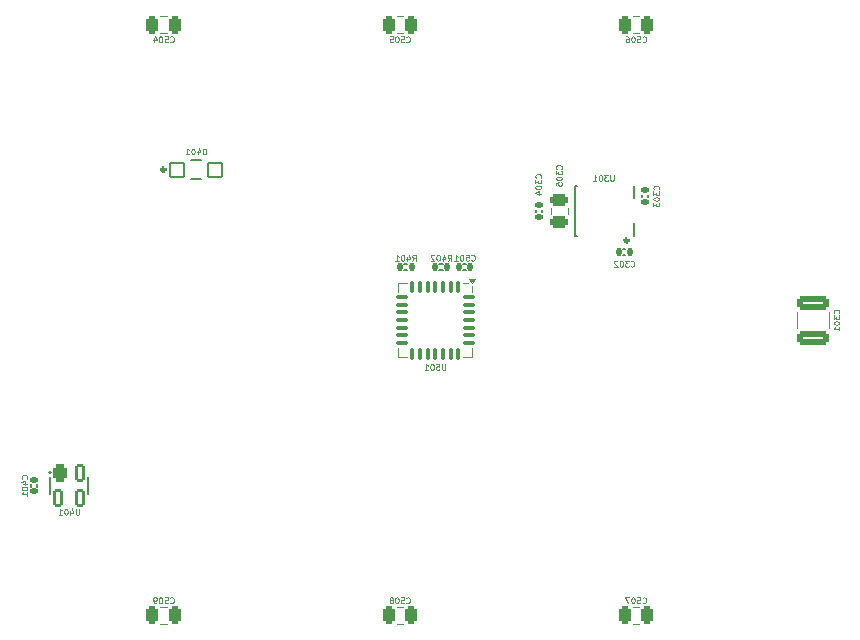
<source format=gbo>
G04 #@! TF.GenerationSoftware,KiCad,Pcbnew,7.0.11*
G04 #@! TF.CreationDate,2025-02-19T11:42:19-05:00*
G04 #@! TF.ProjectId,thruster-pcb,74687275-7374-4657-922d-7063622e6b69,1.0*
G04 #@! TF.SameCoordinates,Original*
G04 #@! TF.FileFunction,Legend,Bot*
G04 #@! TF.FilePolarity,Positive*
%FSLAX46Y46*%
G04 Gerber Fmt 4.6, Leading zero omitted, Abs format (unit mm)*
G04 Created by KiCad (PCBNEW 7.0.11) date 2025-02-19 11:42:19*
%MOMM*%
%LPD*%
G01*
G04 APERTURE LIST*
G04 Aperture macros list*
%AMRoundRect*
0 Rectangle with rounded corners*
0 $1 Rounding radius*
0 $2 $3 $4 $5 $6 $7 $8 $9 X,Y pos of 4 corners*
0 Add a 4 corners polygon primitive as box body*
4,1,4,$2,$3,$4,$5,$6,$7,$8,$9,$2,$3,0*
0 Add four circle primitives for the rounded corners*
1,1,$1+$1,$2,$3*
1,1,$1+$1,$4,$5*
1,1,$1+$1,$6,$7*
1,1,$1+$1,$8,$9*
0 Add four rect primitives between the rounded corners*
20,1,$1+$1,$2,$3,$4,$5,0*
20,1,$1+$1,$4,$5,$6,$7,0*
20,1,$1+$1,$6,$7,$8,$9,0*
20,1,$1+$1,$8,$9,$2,$3,0*%
G04 Aperture macros list end*
%ADD10C,0.125000*%
%ADD11C,0.150000*%
%ADD12C,0.120000*%
%ADD13C,0.200000*%
%ADD14C,0.127000*%
%ADD15C,0.300000*%
%ADD16C,1.600000*%
%ADD17C,1.879600*%
%ADD18C,6.400000*%
%ADD19RoundRect,0.135000X-0.135000X-0.185000X0.135000X-0.185000X0.135000X0.185000X-0.135000X0.185000X0*%
%ADD20C,1.000000*%
%ADD21RoundRect,0.250000X-0.250000X-0.475000X0.250000X-0.475000X0.250000X0.475000X-0.250000X0.475000X0*%
%ADD22RoundRect,0.250000X0.475000X-0.250000X0.475000X0.250000X-0.475000X0.250000X-0.475000X-0.250000X0*%
%ADD23RoundRect,0.140000X-0.140000X-0.170000X0.140000X-0.170000X0.140000X0.170000X-0.140000X0.170000X0*%
%ADD24RoundRect,0.140000X0.170000X-0.140000X0.170000X0.140000X-0.170000X0.140000X-0.170000X-0.140000X0*%
%ADD25RoundRect,0.250000X0.250000X0.475000X-0.250000X0.475000X-0.250000X-0.475000X0.250000X-0.475000X0*%
%ADD26RoundRect,0.298500X-0.298500X0.453500X-0.298500X-0.453500X0.298500X-0.453500X0.298500X0.453500X0*%
%ADD27RoundRect,0.120600X-0.281400X0.631400X-0.281400X-0.631400X0.281400X-0.631400X0.281400X0.631400X0*%
%ADD28RoundRect,0.102000X-0.600000X-0.600000X0.600000X-0.600000X0.600000X0.600000X-0.600000X0.600000X0*%
%ADD29RoundRect,0.075000X0.437500X0.075000X-0.437500X0.075000X-0.437500X-0.075000X0.437500X-0.075000X0*%
%ADD30RoundRect,0.075000X0.075000X0.437500X-0.075000X0.437500X-0.075000X-0.437500X0.075000X-0.437500X0*%
%ADD31R,4.250000X4.250000*%
%ADD32RoundRect,0.135000X0.135000X0.185000X-0.135000X0.185000X-0.135000X-0.185000X0.135000X-0.185000X0*%
%ADD33RoundRect,0.140000X-0.170000X0.140000X-0.170000X-0.140000X0.170000X-0.140000X0.170000X0.140000X0*%
%ADD34RoundRect,0.250000X-1.100000X0.325000X-1.100000X-0.325000X1.100000X-0.325000X1.100000X0.325000X0*%
G04 APERTURE END LIST*
D10*
X159209523Y-96324809D02*
X159376189Y-96086714D01*
X159495237Y-96324809D02*
X159495237Y-95824809D01*
X159495237Y-95824809D02*
X159304761Y-95824809D01*
X159304761Y-95824809D02*
X159257142Y-95848619D01*
X159257142Y-95848619D02*
X159233332Y-95872428D01*
X159233332Y-95872428D02*
X159209523Y-95920047D01*
X159209523Y-95920047D02*
X159209523Y-95991476D01*
X159209523Y-95991476D02*
X159233332Y-96039095D01*
X159233332Y-96039095D02*
X159257142Y-96062904D01*
X159257142Y-96062904D02*
X159304761Y-96086714D01*
X159304761Y-96086714D02*
X159495237Y-96086714D01*
X158780951Y-95991476D02*
X158780951Y-96324809D01*
X158899999Y-95801000D02*
X159019046Y-96158142D01*
X159019046Y-96158142D02*
X158709523Y-96158142D01*
X158423809Y-95824809D02*
X158376190Y-95824809D01*
X158376190Y-95824809D02*
X158328571Y-95848619D01*
X158328571Y-95848619D02*
X158304761Y-95872428D01*
X158304761Y-95872428D02*
X158280952Y-95920047D01*
X158280952Y-95920047D02*
X158257142Y-96015285D01*
X158257142Y-96015285D02*
X158257142Y-96134333D01*
X158257142Y-96134333D02*
X158280952Y-96229571D01*
X158280952Y-96229571D02*
X158304761Y-96277190D01*
X158304761Y-96277190D02*
X158328571Y-96301000D01*
X158328571Y-96301000D02*
X158376190Y-96324809D01*
X158376190Y-96324809D02*
X158423809Y-96324809D01*
X158423809Y-96324809D02*
X158471428Y-96301000D01*
X158471428Y-96301000D02*
X158495237Y-96277190D01*
X158495237Y-96277190D02*
X158519047Y-96229571D01*
X158519047Y-96229571D02*
X158542856Y-96134333D01*
X158542856Y-96134333D02*
X158542856Y-96015285D01*
X158542856Y-96015285D02*
X158519047Y-95920047D01*
X158519047Y-95920047D02*
X158495237Y-95872428D01*
X158495237Y-95872428D02*
X158471428Y-95848619D01*
X158471428Y-95848619D02*
X158423809Y-95824809D01*
X157780952Y-96324809D02*
X158066666Y-96324809D01*
X157923809Y-96324809D02*
X157923809Y-95824809D01*
X157923809Y-95824809D02*
X157971428Y-95896238D01*
X157971428Y-95896238D02*
X158019047Y-95943857D01*
X158019047Y-95943857D02*
X158066666Y-95967666D01*
X158709523Y-77777190D02*
X158733332Y-77801000D01*
X158733332Y-77801000D02*
X158804761Y-77824809D01*
X158804761Y-77824809D02*
X158852380Y-77824809D01*
X158852380Y-77824809D02*
X158923808Y-77801000D01*
X158923808Y-77801000D02*
X158971427Y-77753380D01*
X158971427Y-77753380D02*
X158995237Y-77705761D01*
X158995237Y-77705761D02*
X159019046Y-77610523D01*
X159019046Y-77610523D02*
X159019046Y-77539095D01*
X159019046Y-77539095D02*
X158995237Y-77443857D01*
X158995237Y-77443857D02*
X158971427Y-77396238D01*
X158971427Y-77396238D02*
X158923808Y-77348619D01*
X158923808Y-77348619D02*
X158852380Y-77324809D01*
X158852380Y-77324809D02*
X158804761Y-77324809D01*
X158804761Y-77324809D02*
X158733332Y-77348619D01*
X158733332Y-77348619D02*
X158709523Y-77372428D01*
X158257142Y-77324809D02*
X158495237Y-77324809D01*
X158495237Y-77324809D02*
X158519046Y-77562904D01*
X158519046Y-77562904D02*
X158495237Y-77539095D01*
X158495237Y-77539095D02*
X158447618Y-77515285D01*
X158447618Y-77515285D02*
X158328570Y-77515285D01*
X158328570Y-77515285D02*
X158280951Y-77539095D01*
X158280951Y-77539095D02*
X158257142Y-77562904D01*
X158257142Y-77562904D02*
X158233332Y-77610523D01*
X158233332Y-77610523D02*
X158233332Y-77729571D01*
X158233332Y-77729571D02*
X158257142Y-77777190D01*
X158257142Y-77777190D02*
X158280951Y-77801000D01*
X158280951Y-77801000D02*
X158328570Y-77824809D01*
X158328570Y-77824809D02*
X158447618Y-77824809D01*
X158447618Y-77824809D02*
X158495237Y-77801000D01*
X158495237Y-77801000D02*
X158519046Y-77777190D01*
X157923809Y-77324809D02*
X157876190Y-77324809D01*
X157876190Y-77324809D02*
X157828571Y-77348619D01*
X157828571Y-77348619D02*
X157804761Y-77372428D01*
X157804761Y-77372428D02*
X157780952Y-77420047D01*
X157780952Y-77420047D02*
X157757142Y-77515285D01*
X157757142Y-77515285D02*
X157757142Y-77634333D01*
X157757142Y-77634333D02*
X157780952Y-77729571D01*
X157780952Y-77729571D02*
X157804761Y-77777190D01*
X157804761Y-77777190D02*
X157828571Y-77801000D01*
X157828571Y-77801000D02*
X157876190Y-77824809D01*
X157876190Y-77824809D02*
X157923809Y-77824809D01*
X157923809Y-77824809D02*
X157971428Y-77801000D01*
X157971428Y-77801000D02*
X157995237Y-77777190D01*
X157995237Y-77777190D02*
X158019047Y-77729571D01*
X158019047Y-77729571D02*
X158042856Y-77634333D01*
X158042856Y-77634333D02*
X158042856Y-77515285D01*
X158042856Y-77515285D02*
X158019047Y-77420047D01*
X158019047Y-77420047D02*
X157995237Y-77372428D01*
X157995237Y-77372428D02*
X157971428Y-77348619D01*
X157971428Y-77348619D02*
X157923809Y-77324809D01*
X157304762Y-77324809D02*
X157542857Y-77324809D01*
X157542857Y-77324809D02*
X157566666Y-77562904D01*
X157566666Y-77562904D02*
X157542857Y-77539095D01*
X157542857Y-77539095D02*
X157495238Y-77515285D01*
X157495238Y-77515285D02*
X157376190Y-77515285D01*
X157376190Y-77515285D02*
X157328571Y-77539095D01*
X157328571Y-77539095D02*
X157304762Y-77562904D01*
X157304762Y-77562904D02*
X157280952Y-77610523D01*
X157280952Y-77610523D02*
X157280952Y-77729571D01*
X157280952Y-77729571D02*
X157304762Y-77777190D01*
X157304762Y-77777190D02*
X157328571Y-77801000D01*
X157328571Y-77801000D02*
X157376190Y-77824809D01*
X157376190Y-77824809D02*
X157495238Y-77824809D01*
X157495238Y-77824809D02*
X157542857Y-77801000D01*
X157542857Y-77801000D02*
X157566666Y-77777190D01*
X138709523Y-77777190D02*
X138733332Y-77801000D01*
X138733332Y-77801000D02*
X138804761Y-77824809D01*
X138804761Y-77824809D02*
X138852380Y-77824809D01*
X138852380Y-77824809D02*
X138923808Y-77801000D01*
X138923808Y-77801000D02*
X138971427Y-77753380D01*
X138971427Y-77753380D02*
X138995237Y-77705761D01*
X138995237Y-77705761D02*
X139019046Y-77610523D01*
X139019046Y-77610523D02*
X139019046Y-77539095D01*
X139019046Y-77539095D02*
X138995237Y-77443857D01*
X138995237Y-77443857D02*
X138971427Y-77396238D01*
X138971427Y-77396238D02*
X138923808Y-77348619D01*
X138923808Y-77348619D02*
X138852380Y-77324809D01*
X138852380Y-77324809D02*
X138804761Y-77324809D01*
X138804761Y-77324809D02*
X138733332Y-77348619D01*
X138733332Y-77348619D02*
X138709523Y-77372428D01*
X138257142Y-77324809D02*
X138495237Y-77324809D01*
X138495237Y-77324809D02*
X138519046Y-77562904D01*
X138519046Y-77562904D02*
X138495237Y-77539095D01*
X138495237Y-77539095D02*
X138447618Y-77515285D01*
X138447618Y-77515285D02*
X138328570Y-77515285D01*
X138328570Y-77515285D02*
X138280951Y-77539095D01*
X138280951Y-77539095D02*
X138257142Y-77562904D01*
X138257142Y-77562904D02*
X138233332Y-77610523D01*
X138233332Y-77610523D02*
X138233332Y-77729571D01*
X138233332Y-77729571D02*
X138257142Y-77777190D01*
X138257142Y-77777190D02*
X138280951Y-77801000D01*
X138280951Y-77801000D02*
X138328570Y-77824809D01*
X138328570Y-77824809D02*
X138447618Y-77824809D01*
X138447618Y-77824809D02*
X138495237Y-77801000D01*
X138495237Y-77801000D02*
X138519046Y-77777190D01*
X137923809Y-77324809D02*
X137876190Y-77324809D01*
X137876190Y-77324809D02*
X137828571Y-77348619D01*
X137828571Y-77348619D02*
X137804761Y-77372428D01*
X137804761Y-77372428D02*
X137780952Y-77420047D01*
X137780952Y-77420047D02*
X137757142Y-77515285D01*
X137757142Y-77515285D02*
X137757142Y-77634333D01*
X137757142Y-77634333D02*
X137780952Y-77729571D01*
X137780952Y-77729571D02*
X137804761Y-77777190D01*
X137804761Y-77777190D02*
X137828571Y-77801000D01*
X137828571Y-77801000D02*
X137876190Y-77824809D01*
X137876190Y-77824809D02*
X137923809Y-77824809D01*
X137923809Y-77824809D02*
X137971428Y-77801000D01*
X137971428Y-77801000D02*
X137995237Y-77777190D01*
X137995237Y-77777190D02*
X138019047Y-77729571D01*
X138019047Y-77729571D02*
X138042856Y-77634333D01*
X138042856Y-77634333D02*
X138042856Y-77515285D01*
X138042856Y-77515285D02*
X138019047Y-77420047D01*
X138019047Y-77420047D02*
X137995237Y-77372428D01*
X137995237Y-77372428D02*
X137971428Y-77348619D01*
X137971428Y-77348619D02*
X137923809Y-77324809D01*
X137328571Y-77491476D02*
X137328571Y-77824809D01*
X137447619Y-77301000D02*
X137566666Y-77658142D01*
X137566666Y-77658142D02*
X137257143Y-77658142D01*
X171827190Y-88540476D02*
X171851000Y-88516667D01*
X171851000Y-88516667D02*
X171874809Y-88445238D01*
X171874809Y-88445238D02*
X171874809Y-88397619D01*
X171874809Y-88397619D02*
X171851000Y-88326191D01*
X171851000Y-88326191D02*
X171803380Y-88278572D01*
X171803380Y-88278572D02*
X171755761Y-88254762D01*
X171755761Y-88254762D02*
X171660523Y-88230953D01*
X171660523Y-88230953D02*
X171589095Y-88230953D01*
X171589095Y-88230953D02*
X171493857Y-88254762D01*
X171493857Y-88254762D02*
X171446238Y-88278572D01*
X171446238Y-88278572D02*
X171398619Y-88326191D01*
X171398619Y-88326191D02*
X171374809Y-88397619D01*
X171374809Y-88397619D02*
X171374809Y-88445238D01*
X171374809Y-88445238D02*
X171398619Y-88516667D01*
X171398619Y-88516667D02*
X171422428Y-88540476D01*
X171374809Y-88707143D02*
X171374809Y-89016667D01*
X171374809Y-89016667D02*
X171565285Y-88850000D01*
X171565285Y-88850000D02*
X171565285Y-88921429D01*
X171565285Y-88921429D02*
X171589095Y-88969048D01*
X171589095Y-88969048D02*
X171612904Y-88992857D01*
X171612904Y-88992857D02*
X171660523Y-89016667D01*
X171660523Y-89016667D02*
X171779571Y-89016667D01*
X171779571Y-89016667D02*
X171827190Y-88992857D01*
X171827190Y-88992857D02*
X171851000Y-88969048D01*
X171851000Y-88969048D02*
X171874809Y-88921429D01*
X171874809Y-88921429D02*
X171874809Y-88778572D01*
X171874809Y-88778572D02*
X171851000Y-88730953D01*
X171851000Y-88730953D02*
X171827190Y-88707143D01*
X171374809Y-89326190D02*
X171374809Y-89373809D01*
X171374809Y-89373809D02*
X171398619Y-89421428D01*
X171398619Y-89421428D02*
X171422428Y-89445238D01*
X171422428Y-89445238D02*
X171470047Y-89469047D01*
X171470047Y-89469047D02*
X171565285Y-89492857D01*
X171565285Y-89492857D02*
X171684333Y-89492857D01*
X171684333Y-89492857D02*
X171779571Y-89469047D01*
X171779571Y-89469047D02*
X171827190Y-89445238D01*
X171827190Y-89445238D02*
X171851000Y-89421428D01*
X171851000Y-89421428D02*
X171874809Y-89373809D01*
X171874809Y-89373809D02*
X171874809Y-89326190D01*
X171874809Y-89326190D02*
X171851000Y-89278571D01*
X171851000Y-89278571D02*
X171827190Y-89254762D01*
X171827190Y-89254762D02*
X171779571Y-89230952D01*
X171779571Y-89230952D02*
X171684333Y-89207143D01*
X171684333Y-89207143D02*
X171565285Y-89207143D01*
X171565285Y-89207143D02*
X171470047Y-89230952D01*
X171470047Y-89230952D02*
X171422428Y-89254762D01*
X171422428Y-89254762D02*
X171398619Y-89278571D01*
X171398619Y-89278571D02*
X171374809Y-89326190D01*
X171374809Y-89945237D02*
X171374809Y-89707142D01*
X171374809Y-89707142D02*
X171612904Y-89683333D01*
X171612904Y-89683333D02*
X171589095Y-89707142D01*
X171589095Y-89707142D02*
X171565285Y-89754761D01*
X171565285Y-89754761D02*
X171565285Y-89873809D01*
X171565285Y-89873809D02*
X171589095Y-89921428D01*
X171589095Y-89921428D02*
X171612904Y-89945237D01*
X171612904Y-89945237D02*
X171660523Y-89969047D01*
X171660523Y-89969047D02*
X171779571Y-89969047D01*
X171779571Y-89969047D02*
X171827190Y-89945237D01*
X171827190Y-89945237D02*
X171851000Y-89921428D01*
X171851000Y-89921428D02*
X171874809Y-89873809D01*
X171874809Y-89873809D02*
X171874809Y-89754761D01*
X171874809Y-89754761D02*
X171851000Y-89707142D01*
X171851000Y-89707142D02*
X171827190Y-89683333D01*
X177709523Y-96777190D02*
X177733332Y-96801000D01*
X177733332Y-96801000D02*
X177804761Y-96824809D01*
X177804761Y-96824809D02*
X177852380Y-96824809D01*
X177852380Y-96824809D02*
X177923808Y-96801000D01*
X177923808Y-96801000D02*
X177971427Y-96753380D01*
X177971427Y-96753380D02*
X177995237Y-96705761D01*
X177995237Y-96705761D02*
X178019046Y-96610523D01*
X178019046Y-96610523D02*
X178019046Y-96539095D01*
X178019046Y-96539095D02*
X177995237Y-96443857D01*
X177995237Y-96443857D02*
X177971427Y-96396238D01*
X177971427Y-96396238D02*
X177923808Y-96348619D01*
X177923808Y-96348619D02*
X177852380Y-96324809D01*
X177852380Y-96324809D02*
X177804761Y-96324809D01*
X177804761Y-96324809D02*
X177733332Y-96348619D01*
X177733332Y-96348619D02*
X177709523Y-96372428D01*
X177542856Y-96324809D02*
X177233332Y-96324809D01*
X177233332Y-96324809D02*
X177399999Y-96515285D01*
X177399999Y-96515285D02*
X177328570Y-96515285D01*
X177328570Y-96515285D02*
X177280951Y-96539095D01*
X177280951Y-96539095D02*
X177257142Y-96562904D01*
X177257142Y-96562904D02*
X177233332Y-96610523D01*
X177233332Y-96610523D02*
X177233332Y-96729571D01*
X177233332Y-96729571D02*
X177257142Y-96777190D01*
X177257142Y-96777190D02*
X177280951Y-96801000D01*
X177280951Y-96801000D02*
X177328570Y-96824809D01*
X177328570Y-96824809D02*
X177471427Y-96824809D01*
X177471427Y-96824809D02*
X177519046Y-96801000D01*
X177519046Y-96801000D02*
X177542856Y-96777190D01*
X176923809Y-96324809D02*
X176876190Y-96324809D01*
X176876190Y-96324809D02*
X176828571Y-96348619D01*
X176828571Y-96348619D02*
X176804761Y-96372428D01*
X176804761Y-96372428D02*
X176780952Y-96420047D01*
X176780952Y-96420047D02*
X176757142Y-96515285D01*
X176757142Y-96515285D02*
X176757142Y-96634333D01*
X176757142Y-96634333D02*
X176780952Y-96729571D01*
X176780952Y-96729571D02*
X176804761Y-96777190D01*
X176804761Y-96777190D02*
X176828571Y-96801000D01*
X176828571Y-96801000D02*
X176876190Y-96824809D01*
X176876190Y-96824809D02*
X176923809Y-96824809D01*
X176923809Y-96824809D02*
X176971428Y-96801000D01*
X176971428Y-96801000D02*
X176995237Y-96777190D01*
X176995237Y-96777190D02*
X177019047Y-96729571D01*
X177019047Y-96729571D02*
X177042856Y-96634333D01*
X177042856Y-96634333D02*
X177042856Y-96515285D01*
X177042856Y-96515285D02*
X177019047Y-96420047D01*
X177019047Y-96420047D02*
X176995237Y-96372428D01*
X176995237Y-96372428D02*
X176971428Y-96348619D01*
X176971428Y-96348619D02*
X176923809Y-96324809D01*
X176566666Y-96372428D02*
X176542857Y-96348619D01*
X176542857Y-96348619D02*
X176495238Y-96324809D01*
X176495238Y-96324809D02*
X176376190Y-96324809D01*
X176376190Y-96324809D02*
X176328571Y-96348619D01*
X176328571Y-96348619D02*
X176304762Y-96372428D01*
X176304762Y-96372428D02*
X176280952Y-96420047D01*
X176280952Y-96420047D02*
X176280952Y-96467666D01*
X176280952Y-96467666D02*
X176304762Y-96539095D01*
X176304762Y-96539095D02*
X176590476Y-96824809D01*
X176590476Y-96824809D02*
X176280952Y-96824809D01*
X164209523Y-96277190D02*
X164233332Y-96301000D01*
X164233332Y-96301000D02*
X164304761Y-96324809D01*
X164304761Y-96324809D02*
X164352380Y-96324809D01*
X164352380Y-96324809D02*
X164423808Y-96301000D01*
X164423808Y-96301000D02*
X164471427Y-96253380D01*
X164471427Y-96253380D02*
X164495237Y-96205761D01*
X164495237Y-96205761D02*
X164519046Y-96110523D01*
X164519046Y-96110523D02*
X164519046Y-96039095D01*
X164519046Y-96039095D02*
X164495237Y-95943857D01*
X164495237Y-95943857D02*
X164471427Y-95896238D01*
X164471427Y-95896238D02*
X164423808Y-95848619D01*
X164423808Y-95848619D02*
X164352380Y-95824809D01*
X164352380Y-95824809D02*
X164304761Y-95824809D01*
X164304761Y-95824809D02*
X164233332Y-95848619D01*
X164233332Y-95848619D02*
X164209523Y-95872428D01*
X163757142Y-95824809D02*
X163995237Y-95824809D01*
X163995237Y-95824809D02*
X164019046Y-96062904D01*
X164019046Y-96062904D02*
X163995237Y-96039095D01*
X163995237Y-96039095D02*
X163947618Y-96015285D01*
X163947618Y-96015285D02*
X163828570Y-96015285D01*
X163828570Y-96015285D02*
X163780951Y-96039095D01*
X163780951Y-96039095D02*
X163757142Y-96062904D01*
X163757142Y-96062904D02*
X163733332Y-96110523D01*
X163733332Y-96110523D02*
X163733332Y-96229571D01*
X163733332Y-96229571D02*
X163757142Y-96277190D01*
X163757142Y-96277190D02*
X163780951Y-96301000D01*
X163780951Y-96301000D02*
X163828570Y-96324809D01*
X163828570Y-96324809D02*
X163947618Y-96324809D01*
X163947618Y-96324809D02*
X163995237Y-96301000D01*
X163995237Y-96301000D02*
X164019046Y-96277190D01*
X163423809Y-95824809D02*
X163376190Y-95824809D01*
X163376190Y-95824809D02*
X163328571Y-95848619D01*
X163328571Y-95848619D02*
X163304761Y-95872428D01*
X163304761Y-95872428D02*
X163280952Y-95920047D01*
X163280952Y-95920047D02*
X163257142Y-96015285D01*
X163257142Y-96015285D02*
X163257142Y-96134333D01*
X163257142Y-96134333D02*
X163280952Y-96229571D01*
X163280952Y-96229571D02*
X163304761Y-96277190D01*
X163304761Y-96277190D02*
X163328571Y-96301000D01*
X163328571Y-96301000D02*
X163376190Y-96324809D01*
X163376190Y-96324809D02*
X163423809Y-96324809D01*
X163423809Y-96324809D02*
X163471428Y-96301000D01*
X163471428Y-96301000D02*
X163495237Y-96277190D01*
X163495237Y-96277190D02*
X163519047Y-96229571D01*
X163519047Y-96229571D02*
X163542856Y-96134333D01*
X163542856Y-96134333D02*
X163542856Y-96015285D01*
X163542856Y-96015285D02*
X163519047Y-95920047D01*
X163519047Y-95920047D02*
X163495237Y-95872428D01*
X163495237Y-95872428D02*
X163471428Y-95848619D01*
X163471428Y-95848619D02*
X163423809Y-95824809D01*
X162780952Y-96324809D02*
X163066666Y-96324809D01*
X162923809Y-96324809D02*
X162923809Y-95824809D01*
X162923809Y-95824809D02*
X162971428Y-95896238D01*
X162971428Y-95896238D02*
X163019047Y-95943857D01*
X163019047Y-95943857D02*
X163066666Y-95967666D01*
X170077190Y-89290476D02*
X170101000Y-89266667D01*
X170101000Y-89266667D02*
X170124809Y-89195238D01*
X170124809Y-89195238D02*
X170124809Y-89147619D01*
X170124809Y-89147619D02*
X170101000Y-89076191D01*
X170101000Y-89076191D02*
X170053380Y-89028572D01*
X170053380Y-89028572D02*
X170005761Y-89004762D01*
X170005761Y-89004762D02*
X169910523Y-88980953D01*
X169910523Y-88980953D02*
X169839095Y-88980953D01*
X169839095Y-88980953D02*
X169743857Y-89004762D01*
X169743857Y-89004762D02*
X169696238Y-89028572D01*
X169696238Y-89028572D02*
X169648619Y-89076191D01*
X169648619Y-89076191D02*
X169624809Y-89147619D01*
X169624809Y-89147619D02*
X169624809Y-89195238D01*
X169624809Y-89195238D02*
X169648619Y-89266667D01*
X169648619Y-89266667D02*
X169672428Y-89290476D01*
X169624809Y-89457143D02*
X169624809Y-89766667D01*
X169624809Y-89766667D02*
X169815285Y-89600000D01*
X169815285Y-89600000D02*
X169815285Y-89671429D01*
X169815285Y-89671429D02*
X169839095Y-89719048D01*
X169839095Y-89719048D02*
X169862904Y-89742857D01*
X169862904Y-89742857D02*
X169910523Y-89766667D01*
X169910523Y-89766667D02*
X170029571Y-89766667D01*
X170029571Y-89766667D02*
X170077190Y-89742857D01*
X170077190Y-89742857D02*
X170101000Y-89719048D01*
X170101000Y-89719048D02*
X170124809Y-89671429D01*
X170124809Y-89671429D02*
X170124809Y-89528572D01*
X170124809Y-89528572D02*
X170101000Y-89480953D01*
X170101000Y-89480953D02*
X170077190Y-89457143D01*
X169624809Y-90076190D02*
X169624809Y-90123809D01*
X169624809Y-90123809D02*
X169648619Y-90171428D01*
X169648619Y-90171428D02*
X169672428Y-90195238D01*
X169672428Y-90195238D02*
X169720047Y-90219047D01*
X169720047Y-90219047D02*
X169815285Y-90242857D01*
X169815285Y-90242857D02*
X169934333Y-90242857D01*
X169934333Y-90242857D02*
X170029571Y-90219047D01*
X170029571Y-90219047D02*
X170077190Y-90195238D01*
X170077190Y-90195238D02*
X170101000Y-90171428D01*
X170101000Y-90171428D02*
X170124809Y-90123809D01*
X170124809Y-90123809D02*
X170124809Y-90076190D01*
X170124809Y-90076190D02*
X170101000Y-90028571D01*
X170101000Y-90028571D02*
X170077190Y-90004762D01*
X170077190Y-90004762D02*
X170029571Y-89980952D01*
X170029571Y-89980952D02*
X169934333Y-89957143D01*
X169934333Y-89957143D02*
X169815285Y-89957143D01*
X169815285Y-89957143D02*
X169720047Y-89980952D01*
X169720047Y-89980952D02*
X169672428Y-90004762D01*
X169672428Y-90004762D02*
X169648619Y-90028571D01*
X169648619Y-90028571D02*
X169624809Y-90076190D01*
X169791476Y-90671428D02*
X170124809Y-90671428D01*
X169601000Y-90552380D02*
X169958142Y-90433333D01*
X169958142Y-90433333D02*
X169958142Y-90742856D01*
X138709523Y-125277190D02*
X138733332Y-125301000D01*
X138733332Y-125301000D02*
X138804761Y-125324809D01*
X138804761Y-125324809D02*
X138852380Y-125324809D01*
X138852380Y-125324809D02*
X138923808Y-125301000D01*
X138923808Y-125301000D02*
X138971427Y-125253380D01*
X138971427Y-125253380D02*
X138995237Y-125205761D01*
X138995237Y-125205761D02*
X139019046Y-125110523D01*
X139019046Y-125110523D02*
X139019046Y-125039095D01*
X139019046Y-125039095D02*
X138995237Y-124943857D01*
X138995237Y-124943857D02*
X138971427Y-124896238D01*
X138971427Y-124896238D02*
X138923808Y-124848619D01*
X138923808Y-124848619D02*
X138852380Y-124824809D01*
X138852380Y-124824809D02*
X138804761Y-124824809D01*
X138804761Y-124824809D02*
X138733332Y-124848619D01*
X138733332Y-124848619D02*
X138709523Y-124872428D01*
X138257142Y-124824809D02*
X138495237Y-124824809D01*
X138495237Y-124824809D02*
X138519046Y-125062904D01*
X138519046Y-125062904D02*
X138495237Y-125039095D01*
X138495237Y-125039095D02*
X138447618Y-125015285D01*
X138447618Y-125015285D02*
X138328570Y-125015285D01*
X138328570Y-125015285D02*
X138280951Y-125039095D01*
X138280951Y-125039095D02*
X138257142Y-125062904D01*
X138257142Y-125062904D02*
X138233332Y-125110523D01*
X138233332Y-125110523D02*
X138233332Y-125229571D01*
X138233332Y-125229571D02*
X138257142Y-125277190D01*
X138257142Y-125277190D02*
X138280951Y-125301000D01*
X138280951Y-125301000D02*
X138328570Y-125324809D01*
X138328570Y-125324809D02*
X138447618Y-125324809D01*
X138447618Y-125324809D02*
X138495237Y-125301000D01*
X138495237Y-125301000D02*
X138519046Y-125277190D01*
X137923809Y-124824809D02*
X137876190Y-124824809D01*
X137876190Y-124824809D02*
X137828571Y-124848619D01*
X137828571Y-124848619D02*
X137804761Y-124872428D01*
X137804761Y-124872428D02*
X137780952Y-124920047D01*
X137780952Y-124920047D02*
X137757142Y-125015285D01*
X137757142Y-125015285D02*
X137757142Y-125134333D01*
X137757142Y-125134333D02*
X137780952Y-125229571D01*
X137780952Y-125229571D02*
X137804761Y-125277190D01*
X137804761Y-125277190D02*
X137828571Y-125301000D01*
X137828571Y-125301000D02*
X137876190Y-125324809D01*
X137876190Y-125324809D02*
X137923809Y-125324809D01*
X137923809Y-125324809D02*
X137971428Y-125301000D01*
X137971428Y-125301000D02*
X137995237Y-125277190D01*
X137995237Y-125277190D02*
X138019047Y-125229571D01*
X138019047Y-125229571D02*
X138042856Y-125134333D01*
X138042856Y-125134333D02*
X138042856Y-125015285D01*
X138042856Y-125015285D02*
X138019047Y-124920047D01*
X138019047Y-124920047D02*
X137995237Y-124872428D01*
X137995237Y-124872428D02*
X137971428Y-124848619D01*
X137971428Y-124848619D02*
X137923809Y-124824809D01*
X137519047Y-125324809D02*
X137423809Y-125324809D01*
X137423809Y-125324809D02*
X137376190Y-125301000D01*
X137376190Y-125301000D02*
X137352381Y-125277190D01*
X137352381Y-125277190D02*
X137304762Y-125205761D01*
X137304762Y-125205761D02*
X137280952Y-125110523D01*
X137280952Y-125110523D02*
X137280952Y-124920047D01*
X137280952Y-124920047D02*
X137304762Y-124872428D01*
X137304762Y-124872428D02*
X137328571Y-124848619D01*
X137328571Y-124848619D02*
X137376190Y-124824809D01*
X137376190Y-124824809D02*
X137471428Y-124824809D01*
X137471428Y-124824809D02*
X137519047Y-124848619D01*
X137519047Y-124848619D02*
X137542857Y-124872428D01*
X137542857Y-124872428D02*
X137566666Y-124920047D01*
X137566666Y-124920047D02*
X137566666Y-125039095D01*
X137566666Y-125039095D02*
X137542857Y-125086714D01*
X137542857Y-125086714D02*
X137519047Y-125110523D01*
X137519047Y-125110523D02*
X137471428Y-125134333D01*
X137471428Y-125134333D02*
X137376190Y-125134333D01*
X137376190Y-125134333D02*
X137328571Y-125110523D01*
X137328571Y-125110523D02*
X137304762Y-125086714D01*
X137304762Y-125086714D02*
X137280952Y-125039095D01*
X131007142Y-117324809D02*
X131007142Y-117729571D01*
X131007142Y-117729571D02*
X130983332Y-117777190D01*
X130983332Y-117777190D02*
X130959523Y-117801000D01*
X130959523Y-117801000D02*
X130911904Y-117824809D01*
X130911904Y-117824809D02*
X130816666Y-117824809D01*
X130816666Y-117824809D02*
X130769047Y-117801000D01*
X130769047Y-117801000D02*
X130745237Y-117777190D01*
X130745237Y-117777190D02*
X130721428Y-117729571D01*
X130721428Y-117729571D02*
X130721428Y-117324809D01*
X130269046Y-117491476D02*
X130269046Y-117824809D01*
X130388094Y-117301000D02*
X130507141Y-117658142D01*
X130507141Y-117658142D02*
X130197618Y-117658142D01*
X129911904Y-117324809D02*
X129864285Y-117324809D01*
X129864285Y-117324809D02*
X129816666Y-117348619D01*
X129816666Y-117348619D02*
X129792856Y-117372428D01*
X129792856Y-117372428D02*
X129769047Y-117420047D01*
X129769047Y-117420047D02*
X129745237Y-117515285D01*
X129745237Y-117515285D02*
X129745237Y-117634333D01*
X129745237Y-117634333D02*
X129769047Y-117729571D01*
X129769047Y-117729571D02*
X129792856Y-117777190D01*
X129792856Y-117777190D02*
X129816666Y-117801000D01*
X129816666Y-117801000D02*
X129864285Y-117824809D01*
X129864285Y-117824809D02*
X129911904Y-117824809D01*
X129911904Y-117824809D02*
X129959523Y-117801000D01*
X129959523Y-117801000D02*
X129983332Y-117777190D01*
X129983332Y-117777190D02*
X130007142Y-117729571D01*
X130007142Y-117729571D02*
X130030951Y-117634333D01*
X130030951Y-117634333D02*
X130030951Y-117515285D01*
X130030951Y-117515285D02*
X130007142Y-117420047D01*
X130007142Y-117420047D02*
X129983332Y-117372428D01*
X129983332Y-117372428D02*
X129959523Y-117348619D01*
X129959523Y-117348619D02*
X129911904Y-117324809D01*
X129269047Y-117824809D02*
X129554761Y-117824809D01*
X129411904Y-117824809D02*
X129411904Y-117324809D01*
X129411904Y-117324809D02*
X129459523Y-117396238D01*
X129459523Y-117396238D02*
X129507142Y-117443857D01*
X129507142Y-117443857D02*
X129554761Y-117467666D01*
X141745237Y-87324809D02*
X141745237Y-86824809D01*
X141745237Y-86824809D02*
X141626189Y-86824809D01*
X141626189Y-86824809D02*
X141554761Y-86848619D01*
X141554761Y-86848619D02*
X141507142Y-86896238D01*
X141507142Y-86896238D02*
X141483332Y-86943857D01*
X141483332Y-86943857D02*
X141459523Y-87039095D01*
X141459523Y-87039095D02*
X141459523Y-87110523D01*
X141459523Y-87110523D02*
X141483332Y-87205761D01*
X141483332Y-87205761D02*
X141507142Y-87253380D01*
X141507142Y-87253380D02*
X141554761Y-87301000D01*
X141554761Y-87301000D02*
X141626189Y-87324809D01*
X141626189Y-87324809D02*
X141745237Y-87324809D01*
X141030951Y-86991476D02*
X141030951Y-87324809D01*
X141149999Y-86801000D02*
X141269046Y-87158142D01*
X141269046Y-87158142D02*
X140959523Y-87158142D01*
X140673809Y-86824809D02*
X140626190Y-86824809D01*
X140626190Y-86824809D02*
X140578571Y-86848619D01*
X140578571Y-86848619D02*
X140554761Y-86872428D01*
X140554761Y-86872428D02*
X140530952Y-86920047D01*
X140530952Y-86920047D02*
X140507142Y-87015285D01*
X140507142Y-87015285D02*
X140507142Y-87134333D01*
X140507142Y-87134333D02*
X140530952Y-87229571D01*
X140530952Y-87229571D02*
X140554761Y-87277190D01*
X140554761Y-87277190D02*
X140578571Y-87301000D01*
X140578571Y-87301000D02*
X140626190Y-87324809D01*
X140626190Y-87324809D02*
X140673809Y-87324809D01*
X140673809Y-87324809D02*
X140721428Y-87301000D01*
X140721428Y-87301000D02*
X140745237Y-87277190D01*
X140745237Y-87277190D02*
X140769047Y-87229571D01*
X140769047Y-87229571D02*
X140792856Y-87134333D01*
X140792856Y-87134333D02*
X140792856Y-87015285D01*
X140792856Y-87015285D02*
X140769047Y-86920047D01*
X140769047Y-86920047D02*
X140745237Y-86872428D01*
X140745237Y-86872428D02*
X140721428Y-86848619D01*
X140721428Y-86848619D02*
X140673809Y-86824809D01*
X140030952Y-87324809D02*
X140316666Y-87324809D01*
X140173809Y-87324809D02*
X140173809Y-86824809D01*
X140173809Y-86824809D02*
X140221428Y-86896238D01*
X140221428Y-86896238D02*
X140269047Y-86943857D01*
X140269047Y-86943857D02*
X140316666Y-86967666D01*
X162007142Y-105074809D02*
X162007142Y-105479571D01*
X162007142Y-105479571D02*
X161983332Y-105527190D01*
X161983332Y-105527190D02*
X161959523Y-105551000D01*
X161959523Y-105551000D02*
X161911904Y-105574809D01*
X161911904Y-105574809D02*
X161816666Y-105574809D01*
X161816666Y-105574809D02*
X161769047Y-105551000D01*
X161769047Y-105551000D02*
X161745237Y-105527190D01*
X161745237Y-105527190D02*
X161721428Y-105479571D01*
X161721428Y-105479571D02*
X161721428Y-105074809D01*
X161245237Y-105074809D02*
X161483332Y-105074809D01*
X161483332Y-105074809D02*
X161507141Y-105312904D01*
X161507141Y-105312904D02*
X161483332Y-105289095D01*
X161483332Y-105289095D02*
X161435713Y-105265285D01*
X161435713Y-105265285D02*
X161316665Y-105265285D01*
X161316665Y-105265285D02*
X161269046Y-105289095D01*
X161269046Y-105289095D02*
X161245237Y-105312904D01*
X161245237Y-105312904D02*
X161221427Y-105360523D01*
X161221427Y-105360523D02*
X161221427Y-105479571D01*
X161221427Y-105479571D02*
X161245237Y-105527190D01*
X161245237Y-105527190D02*
X161269046Y-105551000D01*
X161269046Y-105551000D02*
X161316665Y-105574809D01*
X161316665Y-105574809D02*
X161435713Y-105574809D01*
X161435713Y-105574809D02*
X161483332Y-105551000D01*
X161483332Y-105551000D02*
X161507141Y-105527190D01*
X160911904Y-105074809D02*
X160864285Y-105074809D01*
X160864285Y-105074809D02*
X160816666Y-105098619D01*
X160816666Y-105098619D02*
X160792856Y-105122428D01*
X160792856Y-105122428D02*
X160769047Y-105170047D01*
X160769047Y-105170047D02*
X160745237Y-105265285D01*
X160745237Y-105265285D02*
X160745237Y-105384333D01*
X160745237Y-105384333D02*
X160769047Y-105479571D01*
X160769047Y-105479571D02*
X160792856Y-105527190D01*
X160792856Y-105527190D02*
X160816666Y-105551000D01*
X160816666Y-105551000D02*
X160864285Y-105574809D01*
X160864285Y-105574809D02*
X160911904Y-105574809D01*
X160911904Y-105574809D02*
X160959523Y-105551000D01*
X160959523Y-105551000D02*
X160983332Y-105527190D01*
X160983332Y-105527190D02*
X161007142Y-105479571D01*
X161007142Y-105479571D02*
X161030951Y-105384333D01*
X161030951Y-105384333D02*
X161030951Y-105265285D01*
X161030951Y-105265285D02*
X161007142Y-105170047D01*
X161007142Y-105170047D02*
X160983332Y-105122428D01*
X160983332Y-105122428D02*
X160959523Y-105098619D01*
X160959523Y-105098619D02*
X160911904Y-105074809D01*
X160269047Y-105574809D02*
X160554761Y-105574809D01*
X160411904Y-105574809D02*
X160411904Y-105074809D01*
X160411904Y-105074809D02*
X160459523Y-105146238D01*
X160459523Y-105146238D02*
X160507142Y-105193857D01*
X160507142Y-105193857D02*
X160554761Y-105217666D01*
X162209523Y-96324809D02*
X162376189Y-96086714D01*
X162495237Y-96324809D02*
X162495237Y-95824809D01*
X162495237Y-95824809D02*
X162304761Y-95824809D01*
X162304761Y-95824809D02*
X162257142Y-95848619D01*
X162257142Y-95848619D02*
X162233332Y-95872428D01*
X162233332Y-95872428D02*
X162209523Y-95920047D01*
X162209523Y-95920047D02*
X162209523Y-95991476D01*
X162209523Y-95991476D02*
X162233332Y-96039095D01*
X162233332Y-96039095D02*
X162257142Y-96062904D01*
X162257142Y-96062904D02*
X162304761Y-96086714D01*
X162304761Y-96086714D02*
X162495237Y-96086714D01*
X161780951Y-95991476D02*
X161780951Y-96324809D01*
X161899999Y-95801000D02*
X162019046Y-96158142D01*
X162019046Y-96158142D02*
X161709523Y-96158142D01*
X161423809Y-95824809D02*
X161376190Y-95824809D01*
X161376190Y-95824809D02*
X161328571Y-95848619D01*
X161328571Y-95848619D02*
X161304761Y-95872428D01*
X161304761Y-95872428D02*
X161280952Y-95920047D01*
X161280952Y-95920047D02*
X161257142Y-96015285D01*
X161257142Y-96015285D02*
X161257142Y-96134333D01*
X161257142Y-96134333D02*
X161280952Y-96229571D01*
X161280952Y-96229571D02*
X161304761Y-96277190D01*
X161304761Y-96277190D02*
X161328571Y-96301000D01*
X161328571Y-96301000D02*
X161376190Y-96324809D01*
X161376190Y-96324809D02*
X161423809Y-96324809D01*
X161423809Y-96324809D02*
X161471428Y-96301000D01*
X161471428Y-96301000D02*
X161495237Y-96277190D01*
X161495237Y-96277190D02*
X161519047Y-96229571D01*
X161519047Y-96229571D02*
X161542856Y-96134333D01*
X161542856Y-96134333D02*
X161542856Y-96015285D01*
X161542856Y-96015285D02*
X161519047Y-95920047D01*
X161519047Y-95920047D02*
X161495237Y-95872428D01*
X161495237Y-95872428D02*
X161471428Y-95848619D01*
X161471428Y-95848619D02*
X161423809Y-95824809D01*
X161066666Y-95872428D02*
X161042857Y-95848619D01*
X161042857Y-95848619D02*
X160995238Y-95824809D01*
X160995238Y-95824809D02*
X160876190Y-95824809D01*
X160876190Y-95824809D02*
X160828571Y-95848619D01*
X160828571Y-95848619D02*
X160804762Y-95872428D01*
X160804762Y-95872428D02*
X160780952Y-95920047D01*
X160780952Y-95920047D02*
X160780952Y-95967666D01*
X160780952Y-95967666D02*
X160804762Y-96039095D01*
X160804762Y-96039095D02*
X161090476Y-96324809D01*
X161090476Y-96324809D02*
X160780952Y-96324809D01*
X176257142Y-89074809D02*
X176257142Y-89479571D01*
X176257142Y-89479571D02*
X176233332Y-89527190D01*
X176233332Y-89527190D02*
X176209523Y-89551000D01*
X176209523Y-89551000D02*
X176161904Y-89574809D01*
X176161904Y-89574809D02*
X176066666Y-89574809D01*
X176066666Y-89574809D02*
X176019047Y-89551000D01*
X176019047Y-89551000D02*
X175995237Y-89527190D01*
X175995237Y-89527190D02*
X175971428Y-89479571D01*
X175971428Y-89479571D02*
X175971428Y-89074809D01*
X175780951Y-89074809D02*
X175471427Y-89074809D01*
X175471427Y-89074809D02*
X175638094Y-89265285D01*
X175638094Y-89265285D02*
X175566665Y-89265285D01*
X175566665Y-89265285D02*
X175519046Y-89289095D01*
X175519046Y-89289095D02*
X175495237Y-89312904D01*
X175495237Y-89312904D02*
X175471427Y-89360523D01*
X175471427Y-89360523D02*
X175471427Y-89479571D01*
X175471427Y-89479571D02*
X175495237Y-89527190D01*
X175495237Y-89527190D02*
X175519046Y-89551000D01*
X175519046Y-89551000D02*
X175566665Y-89574809D01*
X175566665Y-89574809D02*
X175709522Y-89574809D01*
X175709522Y-89574809D02*
X175757141Y-89551000D01*
X175757141Y-89551000D02*
X175780951Y-89527190D01*
X175161904Y-89074809D02*
X175114285Y-89074809D01*
X175114285Y-89074809D02*
X175066666Y-89098619D01*
X175066666Y-89098619D02*
X175042856Y-89122428D01*
X175042856Y-89122428D02*
X175019047Y-89170047D01*
X175019047Y-89170047D02*
X174995237Y-89265285D01*
X174995237Y-89265285D02*
X174995237Y-89384333D01*
X174995237Y-89384333D02*
X175019047Y-89479571D01*
X175019047Y-89479571D02*
X175042856Y-89527190D01*
X175042856Y-89527190D02*
X175066666Y-89551000D01*
X175066666Y-89551000D02*
X175114285Y-89574809D01*
X175114285Y-89574809D02*
X175161904Y-89574809D01*
X175161904Y-89574809D02*
X175209523Y-89551000D01*
X175209523Y-89551000D02*
X175233332Y-89527190D01*
X175233332Y-89527190D02*
X175257142Y-89479571D01*
X175257142Y-89479571D02*
X175280951Y-89384333D01*
X175280951Y-89384333D02*
X175280951Y-89265285D01*
X175280951Y-89265285D02*
X175257142Y-89170047D01*
X175257142Y-89170047D02*
X175233332Y-89122428D01*
X175233332Y-89122428D02*
X175209523Y-89098619D01*
X175209523Y-89098619D02*
X175161904Y-89074809D01*
X174519047Y-89574809D02*
X174804761Y-89574809D01*
X174661904Y-89574809D02*
X174661904Y-89074809D01*
X174661904Y-89074809D02*
X174709523Y-89146238D01*
X174709523Y-89146238D02*
X174757142Y-89193857D01*
X174757142Y-89193857D02*
X174804761Y-89217666D01*
X178709523Y-77777190D02*
X178733332Y-77801000D01*
X178733332Y-77801000D02*
X178804761Y-77824809D01*
X178804761Y-77824809D02*
X178852380Y-77824809D01*
X178852380Y-77824809D02*
X178923808Y-77801000D01*
X178923808Y-77801000D02*
X178971427Y-77753380D01*
X178971427Y-77753380D02*
X178995237Y-77705761D01*
X178995237Y-77705761D02*
X179019046Y-77610523D01*
X179019046Y-77610523D02*
X179019046Y-77539095D01*
X179019046Y-77539095D02*
X178995237Y-77443857D01*
X178995237Y-77443857D02*
X178971427Y-77396238D01*
X178971427Y-77396238D02*
X178923808Y-77348619D01*
X178923808Y-77348619D02*
X178852380Y-77324809D01*
X178852380Y-77324809D02*
X178804761Y-77324809D01*
X178804761Y-77324809D02*
X178733332Y-77348619D01*
X178733332Y-77348619D02*
X178709523Y-77372428D01*
X178257142Y-77324809D02*
X178495237Y-77324809D01*
X178495237Y-77324809D02*
X178519046Y-77562904D01*
X178519046Y-77562904D02*
X178495237Y-77539095D01*
X178495237Y-77539095D02*
X178447618Y-77515285D01*
X178447618Y-77515285D02*
X178328570Y-77515285D01*
X178328570Y-77515285D02*
X178280951Y-77539095D01*
X178280951Y-77539095D02*
X178257142Y-77562904D01*
X178257142Y-77562904D02*
X178233332Y-77610523D01*
X178233332Y-77610523D02*
X178233332Y-77729571D01*
X178233332Y-77729571D02*
X178257142Y-77777190D01*
X178257142Y-77777190D02*
X178280951Y-77801000D01*
X178280951Y-77801000D02*
X178328570Y-77824809D01*
X178328570Y-77824809D02*
X178447618Y-77824809D01*
X178447618Y-77824809D02*
X178495237Y-77801000D01*
X178495237Y-77801000D02*
X178519046Y-77777190D01*
X177923809Y-77324809D02*
X177876190Y-77324809D01*
X177876190Y-77324809D02*
X177828571Y-77348619D01*
X177828571Y-77348619D02*
X177804761Y-77372428D01*
X177804761Y-77372428D02*
X177780952Y-77420047D01*
X177780952Y-77420047D02*
X177757142Y-77515285D01*
X177757142Y-77515285D02*
X177757142Y-77634333D01*
X177757142Y-77634333D02*
X177780952Y-77729571D01*
X177780952Y-77729571D02*
X177804761Y-77777190D01*
X177804761Y-77777190D02*
X177828571Y-77801000D01*
X177828571Y-77801000D02*
X177876190Y-77824809D01*
X177876190Y-77824809D02*
X177923809Y-77824809D01*
X177923809Y-77824809D02*
X177971428Y-77801000D01*
X177971428Y-77801000D02*
X177995237Y-77777190D01*
X177995237Y-77777190D02*
X178019047Y-77729571D01*
X178019047Y-77729571D02*
X178042856Y-77634333D01*
X178042856Y-77634333D02*
X178042856Y-77515285D01*
X178042856Y-77515285D02*
X178019047Y-77420047D01*
X178019047Y-77420047D02*
X177995237Y-77372428D01*
X177995237Y-77372428D02*
X177971428Y-77348619D01*
X177971428Y-77348619D02*
X177923809Y-77324809D01*
X177328571Y-77324809D02*
X177423809Y-77324809D01*
X177423809Y-77324809D02*
X177471428Y-77348619D01*
X177471428Y-77348619D02*
X177495238Y-77372428D01*
X177495238Y-77372428D02*
X177542857Y-77443857D01*
X177542857Y-77443857D02*
X177566666Y-77539095D01*
X177566666Y-77539095D02*
X177566666Y-77729571D01*
X177566666Y-77729571D02*
X177542857Y-77777190D01*
X177542857Y-77777190D02*
X177519047Y-77801000D01*
X177519047Y-77801000D02*
X177471428Y-77824809D01*
X177471428Y-77824809D02*
X177376190Y-77824809D01*
X177376190Y-77824809D02*
X177328571Y-77801000D01*
X177328571Y-77801000D02*
X177304762Y-77777190D01*
X177304762Y-77777190D02*
X177280952Y-77729571D01*
X177280952Y-77729571D02*
X177280952Y-77610523D01*
X177280952Y-77610523D02*
X177304762Y-77562904D01*
X177304762Y-77562904D02*
X177328571Y-77539095D01*
X177328571Y-77539095D02*
X177376190Y-77515285D01*
X177376190Y-77515285D02*
X177471428Y-77515285D01*
X177471428Y-77515285D02*
X177519047Y-77539095D01*
X177519047Y-77539095D02*
X177542857Y-77562904D01*
X177542857Y-77562904D02*
X177566666Y-77610523D01*
X126577190Y-114790476D02*
X126601000Y-114766667D01*
X126601000Y-114766667D02*
X126624809Y-114695238D01*
X126624809Y-114695238D02*
X126624809Y-114647619D01*
X126624809Y-114647619D02*
X126601000Y-114576191D01*
X126601000Y-114576191D02*
X126553380Y-114528572D01*
X126553380Y-114528572D02*
X126505761Y-114504762D01*
X126505761Y-114504762D02*
X126410523Y-114480953D01*
X126410523Y-114480953D02*
X126339095Y-114480953D01*
X126339095Y-114480953D02*
X126243857Y-114504762D01*
X126243857Y-114504762D02*
X126196238Y-114528572D01*
X126196238Y-114528572D02*
X126148619Y-114576191D01*
X126148619Y-114576191D02*
X126124809Y-114647619D01*
X126124809Y-114647619D02*
X126124809Y-114695238D01*
X126124809Y-114695238D02*
X126148619Y-114766667D01*
X126148619Y-114766667D02*
X126172428Y-114790476D01*
X126291476Y-115219048D02*
X126624809Y-115219048D01*
X126101000Y-115100000D02*
X126458142Y-114980953D01*
X126458142Y-114980953D02*
X126458142Y-115290476D01*
X126124809Y-115576190D02*
X126124809Y-115623809D01*
X126124809Y-115623809D02*
X126148619Y-115671428D01*
X126148619Y-115671428D02*
X126172428Y-115695238D01*
X126172428Y-115695238D02*
X126220047Y-115719047D01*
X126220047Y-115719047D02*
X126315285Y-115742857D01*
X126315285Y-115742857D02*
X126434333Y-115742857D01*
X126434333Y-115742857D02*
X126529571Y-115719047D01*
X126529571Y-115719047D02*
X126577190Y-115695238D01*
X126577190Y-115695238D02*
X126601000Y-115671428D01*
X126601000Y-115671428D02*
X126624809Y-115623809D01*
X126624809Y-115623809D02*
X126624809Y-115576190D01*
X126624809Y-115576190D02*
X126601000Y-115528571D01*
X126601000Y-115528571D02*
X126577190Y-115504762D01*
X126577190Y-115504762D02*
X126529571Y-115480952D01*
X126529571Y-115480952D02*
X126434333Y-115457143D01*
X126434333Y-115457143D02*
X126315285Y-115457143D01*
X126315285Y-115457143D02*
X126220047Y-115480952D01*
X126220047Y-115480952D02*
X126172428Y-115504762D01*
X126172428Y-115504762D02*
X126148619Y-115528571D01*
X126148619Y-115528571D02*
X126124809Y-115576190D01*
X126624809Y-116219047D02*
X126624809Y-115933333D01*
X126624809Y-116076190D02*
X126124809Y-116076190D01*
X126124809Y-116076190D02*
X126196238Y-116028571D01*
X126196238Y-116028571D02*
X126243857Y-115980952D01*
X126243857Y-115980952D02*
X126267666Y-115933333D01*
X158709523Y-125277190D02*
X158733332Y-125301000D01*
X158733332Y-125301000D02*
X158804761Y-125324809D01*
X158804761Y-125324809D02*
X158852380Y-125324809D01*
X158852380Y-125324809D02*
X158923808Y-125301000D01*
X158923808Y-125301000D02*
X158971427Y-125253380D01*
X158971427Y-125253380D02*
X158995237Y-125205761D01*
X158995237Y-125205761D02*
X159019046Y-125110523D01*
X159019046Y-125110523D02*
X159019046Y-125039095D01*
X159019046Y-125039095D02*
X158995237Y-124943857D01*
X158995237Y-124943857D02*
X158971427Y-124896238D01*
X158971427Y-124896238D02*
X158923808Y-124848619D01*
X158923808Y-124848619D02*
X158852380Y-124824809D01*
X158852380Y-124824809D02*
X158804761Y-124824809D01*
X158804761Y-124824809D02*
X158733332Y-124848619D01*
X158733332Y-124848619D02*
X158709523Y-124872428D01*
X158257142Y-124824809D02*
X158495237Y-124824809D01*
X158495237Y-124824809D02*
X158519046Y-125062904D01*
X158519046Y-125062904D02*
X158495237Y-125039095D01*
X158495237Y-125039095D02*
X158447618Y-125015285D01*
X158447618Y-125015285D02*
X158328570Y-125015285D01*
X158328570Y-125015285D02*
X158280951Y-125039095D01*
X158280951Y-125039095D02*
X158257142Y-125062904D01*
X158257142Y-125062904D02*
X158233332Y-125110523D01*
X158233332Y-125110523D02*
X158233332Y-125229571D01*
X158233332Y-125229571D02*
X158257142Y-125277190D01*
X158257142Y-125277190D02*
X158280951Y-125301000D01*
X158280951Y-125301000D02*
X158328570Y-125324809D01*
X158328570Y-125324809D02*
X158447618Y-125324809D01*
X158447618Y-125324809D02*
X158495237Y-125301000D01*
X158495237Y-125301000D02*
X158519046Y-125277190D01*
X157923809Y-124824809D02*
X157876190Y-124824809D01*
X157876190Y-124824809D02*
X157828571Y-124848619D01*
X157828571Y-124848619D02*
X157804761Y-124872428D01*
X157804761Y-124872428D02*
X157780952Y-124920047D01*
X157780952Y-124920047D02*
X157757142Y-125015285D01*
X157757142Y-125015285D02*
X157757142Y-125134333D01*
X157757142Y-125134333D02*
X157780952Y-125229571D01*
X157780952Y-125229571D02*
X157804761Y-125277190D01*
X157804761Y-125277190D02*
X157828571Y-125301000D01*
X157828571Y-125301000D02*
X157876190Y-125324809D01*
X157876190Y-125324809D02*
X157923809Y-125324809D01*
X157923809Y-125324809D02*
X157971428Y-125301000D01*
X157971428Y-125301000D02*
X157995237Y-125277190D01*
X157995237Y-125277190D02*
X158019047Y-125229571D01*
X158019047Y-125229571D02*
X158042856Y-125134333D01*
X158042856Y-125134333D02*
X158042856Y-125015285D01*
X158042856Y-125015285D02*
X158019047Y-124920047D01*
X158019047Y-124920047D02*
X157995237Y-124872428D01*
X157995237Y-124872428D02*
X157971428Y-124848619D01*
X157971428Y-124848619D02*
X157923809Y-124824809D01*
X157471428Y-125039095D02*
X157519047Y-125015285D01*
X157519047Y-125015285D02*
X157542857Y-124991476D01*
X157542857Y-124991476D02*
X157566666Y-124943857D01*
X157566666Y-124943857D02*
X157566666Y-124920047D01*
X157566666Y-124920047D02*
X157542857Y-124872428D01*
X157542857Y-124872428D02*
X157519047Y-124848619D01*
X157519047Y-124848619D02*
X157471428Y-124824809D01*
X157471428Y-124824809D02*
X157376190Y-124824809D01*
X157376190Y-124824809D02*
X157328571Y-124848619D01*
X157328571Y-124848619D02*
X157304762Y-124872428D01*
X157304762Y-124872428D02*
X157280952Y-124920047D01*
X157280952Y-124920047D02*
X157280952Y-124943857D01*
X157280952Y-124943857D02*
X157304762Y-124991476D01*
X157304762Y-124991476D02*
X157328571Y-125015285D01*
X157328571Y-125015285D02*
X157376190Y-125039095D01*
X157376190Y-125039095D02*
X157471428Y-125039095D01*
X157471428Y-125039095D02*
X157519047Y-125062904D01*
X157519047Y-125062904D02*
X157542857Y-125086714D01*
X157542857Y-125086714D02*
X157566666Y-125134333D01*
X157566666Y-125134333D02*
X157566666Y-125229571D01*
X157566666Y-125229571D02*
X157542857Y-125277190D01*
X157542857Y-125277190D02*
X157519047Y-125301000D01*
X157519047Y-125301000D02*
X157471428Y-125324809D01*
X157471428Y-125324809D02*
X157376190Y-125324809D01*
X157376190Y-125324809D02*
X157328571Y-125301000D01*
X157328571Y-125301000D02*
X157304762Y-125277190D01*
X157304762Y-125277190D02*
X157280952Y-125229571D01*
X157280952Y-125229571D02*
X157280952Y-125134333D01*
X157280952Y-125134333D02*
X157304762Y-125086714D01*
X157304762Y-125086714D02*
X157328571Y-125062904D01*
X157328571Y-125062904D02*
X157376190Y-125039095D01*
X180077190Y-90290476D02*
X180101000Y-90266667D01*
X180101000Y-90266667D02*
X180124809Y-90195238D01*
X180124809Y-90195238D02*
X180124809Y-90147619D01*
X180124809Y-90147619D02*
X180101000Y-90076191D01*
X180101000Y-90076191D02*
X180053380Y-90028572D01*
X180053380Y-90028572D02*
X180005761Y-90004762D01*
X180005761Y-90004762D02*
X179910523Y-89980953D01*
X179910523Y-89980953D02*
X179839095Y-89980953D01*
X179839095Y-89980953D02*
X179743857Y-90004762D01*
X179743857Y-90004762D02*
X179696238Y-90028572D01*
X179696238Y-90028572D02*
X179648619Y-90076191D01*
X179648619Y-90076191D02*
X179624809Y-90147619D01*
X179624809Y-90147619D02*
X179624809Y-90195238D01*
X179624809Y-90195238D02*
X179648619Y-90266667D01*
X179648619Y-90266667D02*
X179672428Y-90290476D01*
X179624809Y-90457143D02*
X179624809Y-90766667D01*
X179624809Y-90766667D02*
X179815285Y-90600000D01*
X179815285Y-90600000D02*
X179815285Y-90671429D01*
X179815285Y-90671429D02*
X179839095Y-90719048D01*
X179839095Y-90719048D02*
X179862904Y-90742857D01*
X179862904Y-90742857D02*
X179910523Y-90766667D01*
X179910523Y-90766667D02*
X180029571Y-90766667D01*
X180029571Y-90766667D02*
X180077190Y-90742857D01*
X180077190Y-90742857D02*
X180101000Y-90719048D01*
X180101000Y-90719048D02*
X180124809Y-90671429D01*
X180124809Y-90671429D02*
X180124809Y-90528572D01*
X180124809Y-90528572D02*
X180101000Y-90480953D01*
X180101000Y-90480953D02*
X180077190Y-90457143D01*
X179624809Y-91076190D02*
X179624809Y-91123809D01*
X179624809Y-91123809D02*
X179648619Y-91171428D01*
X179648619Y-91171428D02*
X179672428Y-91195238D01*
X179672428Y-91195238D02*
X179720047Y-91219047D01*
X179720047Y-91219047D02*
X179815285Y-91242857D01*
X179815285Y-91242857D02*
X179934333Y-91242857D01*
X179934333Y-91242857D02*
X180029571Y-91219047D01*
X180029571Y-91219047D02*
X180077190Y-91195238D01*
X180077190Y-91195238D02*
X180101000Y-91171428D01*
X180101000Y-91171428D02*
X180124809Y-91123809D01*
X180124809Y-91123809D02*
X180124809Y-91076190D01*
X180124809Y-91076190D02*
X180101000Y-91028571D01*
X180101000Y-91028571D02*
X180077190Y-91004762D01*
X180077190Y-91004762D02*
X180029571Y-90980952D01*
X180029571Y-90980952D02*
X179934333Y-90957143D01*
X179934333Y-90957143D02*
X179815285Y-90957143D01*
X179815285Y-90957143D02*
X179720047Y-90980952D01*
X179720047Y-90980952D02*
X179672428Y-91004762D01*
X179672428Y-91004762D02*
X179648619Y-91028571D01*
X179648619Y-91028571D02*
X179624809Y-91076190D01*
X179624809Y-91409523D02*
X179624809Y-91719047D01*
X179624809Y-91719047D02*
X179815285Y-91552380D01*
X179815285Y-91552380D02*
X179815285Y-91623809D01*
X179815285Y-91623809D02*
X179839095Y-91671428D01*
X179839095Y-91671428D02*
X179862904Y-91695237D01*
X179862904Y-91695237D02*
X179910523Y-91719047D01*
X179910523Y-91719047D02*
X180029571Y-91719047D01*
X180029571Y-91719047D02*
X180077190Y-91695237D01*
X180077190Y-91695237D02*
X180101000Y-91671428D01*
X180101000Y-91671428D02*
X180124809Y-91623809D01*
X180124809Y-91623809D02*
X180124809Y-91480952D01*
X180124809Y-91480952D02*
X180101000Y-91433333D01*
X180101000Y-91433333D02*
X180077190Y-91409523D01*
X195327190Y-100790476D02*
X195351000Y-100766667D01*
X195351000Y-100766667D02*
X195374809Y-100695238D01*
X195374809Y-100695238D02*
X195374809Y-100647619D01*
X195374809Y-100647619D02*
X195351000Y-100576191D01*
X195351000Y-100576191D02*
X195303380Y-100528572D01*
X195303380Y-100528572D02*
X195255761Y-100504762D01*
X195255761Y-100504762D02*
X195160523Y-100480953D01*
X195160523Y-100480953D02*
X195089095Y-100480953D01*
X195089095Y-100480953D02*
X194993857Y-100504762D01*
X194993857Y-100504762D02*
X194946238Y-100528572D01*
X194946238Y-100528572D02*
X194898619Y-100576191D01*
X194898619Y-100576191D02*
X194874809Y-100647619D01*
X194874809Y-100647619D02*
X194874809Y-100695238D01*
X194874809Y-100695238D02*
X194898619Y-100766667D01*
X194898619Y-100766667D02*
X194922428Y-100790476D01*
X194874809Y-100957143D02*
X194874809Y-101266667D01*
X194874809Y-101266667D02*
X195065285Y-101100000D01*
X195065285Y-101100000D02*
X195065285Y-101171429D01*
X195065285Y-101171429D02*
X195089095Y-101219048D01*
X195089095Y-101219048D02*
X195112904Y-101242857D01*
X195112904Y-101242857D02*
X195160523Y-101266667D01*
X195160523Y-101266667D02*
X195279571Y-101266667D01*
X195279571Y-101266667D02*
X195327190Y-101242857D01*
X195327190Y-101242857D02*
X195351000Y-101219048D01*
X195351000Y-101219048D02*
X195374809Y-101171429D01*
X195374809Y-101171429D02*
X195374809Y-101028572D01*
X195374809Y-101028572D02*
X195351000Y-100980953D01*
X195351000Y-100980953D02*
X195327190Y-100957143D01*
X194874809Y-101576190D02*
X194874809Y-101623809D01*
X194874809Y-101623809D02*
X194898619Y-101671428D01*
X194898619Y-101671428D02*
X194922428Y-101695238D01*
X194922428Y-101695238D02*
X194970047Y-101719047D01*
X194970047Y-101719047D02*
X195065285Y-101742857D01*
X195065285Y-101742857D02*
X195184333Y-101742857D01*
X195184333Y-101742857D02*
X195279571Y-101719047D01*
X195279571Y-101719047D02*
X195327190Y-101695238D01*
X195327190Y-101695238D02*
X195351000Y-101671428D01*
X195351000Y-101671428D02*
X195374809Y-101623809D01*
X195374809Y-101623809D02*
X195374809Y-101576190D01*
X195374809Y-101576190D02*
X195351000Y-101528571D01*
X195351000Y-101528571D02*
X195327190Y-101504762D01*
X195327190Y-101504762D02*
X195279571Y-101480952D01*
X195279571Y-101480952D02*
X195184333Y-101457143D01*
X195184333Y-101457143D02*
X195065285Y-101457143D01*
X195065285Y-101457143D02*
X194970047Y-101480952D01*
X194970047Y-101480952D02*
X194922428Y-101504762D01*
X194922428Y-101504762D02*
X194898619Y-101528571D01*
X194898619Y-101528571D02*
X194874809Y-101576190D01*
X195374809Y-102219047D02*
X195374809Y-101933333D01*
X195374809Y-102076190D02*
X194874809Y-102076190D01*
X194874809Y-102076190D02*
X194946238Y-102028571D01*
X194946238Y-102028571D02*
X194993857Y-101980952D01*
X194993857Y-101980952D02*
X195017666Y-101933333D01*
X178709523Y-125277190D02*
X178733332Y-125301000D01*
X178733332Y-125301000D02*
X178804761Y-125324809D01*
X178804761Y-125324809D02*
X178852380Y-125324809D01*
X178852380Y-125324809D02*
X178923808Y-125301000D01*
X178923808Y-125301000D02*
X178971427Y-125253380D01*
X178971427Y-125253380D02*
X178995237Y-125205761D01*
X178995237Y-125205761D02*
X179019046Y-125110523D01*
X179019046Y-125110523D02*
X179019046Y-125039095D01*
X179019046Y-125039095D02*
X178995237Y-124943857D01*
X178995237Y-124943857D02*
X178971427Y-124896238D01*
X178971427Y-124896238D02*
X178923808Y-124848619D01*
X178923808Y-124848619D02*
X178852380Y-124824809D01*
X178852380Y-124824809D02*
X178804761Y-124824809D01*
X178804761Y-124824809D02*
X178733332Y-124848619D01*
X178733332Y-124848619D02*
X178709523Y-124872428D01*
X178257142Y-124824809D02*
X178495237Y-124824809D01*
X178495237Y-124824809D02*
X178519046Y-125062904D01*
X178519046Y-125062904D02*
X178495237Y-125039095D01*
X178495237Y-125039095D02*
X178447618Y-125015285D01*
X178447618Y-125015285D02*
X178328570Y-125015285D01*
X178328570Y-125015285D02*
X178280951Y-125039095D01*
X178280951Y-125039095D02*
X178257142Y-125062904D01*
X178257142Y-125062904D02*
X178233332Y-125110523D01*
X178233332Y-125110523D02*
X178233332Y-125229571D01*
X178233332Y-125229571D02*
X178257142Y-125277190D01*
X178257142Y-125277190D02*
X178280951Y-125301000D01*
X178280951Y-125301000D02*
X178328570Y-125324809D01*
X178328570Y-125324809D02*
X178447618Y-125324809D01*
X178447618Y-125324809D02*
X178495237Y-125301000D01*
X178495237Y-125301000D02*
X178519046Y-125277190D01*
X177923809Y-124824809D02*
X177876190Y-124824809D01*
X177876190Y-124824809D02*
X177828571Y-124848619D01*
X177828571Y-124848619D02*
X177804761Y-124872428D01*
X177804761Y-124872428D02*
X177780952Y-124920047D01*
X177780952Y-124920047D02*
X177757142Y-125015285D01*
X177757142Y-125015285D02*
X177757142Y-125134333D01*
X177757142Y-125134333D02*
X177780952Y-125229571D01*
X177780952Y-125229571D02*
X177804761Y-125277190D01*
X177804761Y-125277190D02*
X177828571Y-125301000D01*
X177828571Y-125301000D02*
X177876190Y-125324809D01*
X177876190Y-125324809D02*
X177923809Y-125324809D01*
X177923809Y-125324809D02*
X177971428Y-125301000D01*
X177971428Y-125301000D02*
X177995237Y-125277190D01*
X177995237Y-125277190D02*
X178019047Y-125229571D01*
X178019047Y-125229571D02*
X178042856Y-125134333D01*
X178042856Y-125134333D02*
X178042856Y-125015285D01*
X178042856Y-125015285D02*
X178019047Y-124920047D01*
X178019047Y-124920047D02*
X177995237Y-124872428D01*
X177995237Y-124872428D02*
X177971428Y-124848619D01*
X177971428Y-124848619D02*
X177923809Y-124824809D01*
X177590476Y-124824809D02*
X177257143Y-124824809D01*
X177257143Y-124824809D02*
X177471428Y-125324809D01*
D11*
X158496359Y-96575000D02*
X158803641Y-96575000D01*
X158496359Y-97125000D02*
X158803641Y-97125000D01*
D12*
X157888748Y-75615000D02*
X158411252Y-75615000D01*
X157888748Y-77085000D02*
X158411252Y-77085000D01*
X137888748Y-75615000D02*
X138411252Y-75615000D01*
X137888748Y-77085000D02*
X138411252Y-77085000D01*
X170915000Y-92361252D02*
X170915000Y-91838748D01*
X172385000Y-92361252D02*
X172385000Y-91838748D01*
D11*
X177042164Y-95350000D02*
X177257836Y-95350000D01*
X177042164Y-95850000D02*
X177257836Y-95850000D01*
X163542164Y-96600000D02*
X163757836Y-96600000D01*
X163542164Y-97100000D02*
X163757836Y-97100000D01*
X169650000Y-92207836D02*
X169650000Y-91992164D01*
X170150000Y-92207836D02*
X170150000Y-91992164D01*
D12*
X138411252Y-127085000D02*
X137888748Y-127085000D01*
X138411252Y-125615000D02*
X137888748Y-125615000D01*
D13*
X128576000Y-114650000D02*
X128576000Y-116050000D01*
X131724000Y-116050000D02*
X131724000Y-114650000D01*
X128650000Y-114250000D02*
G75*
G03*
X128450000Y-114250000I-100000J0D01*
G01*
X128450000Y-114250000D02*
G75*
G03*
X128650000Y-114250000I100000J0D01*
G01*
D14*
X140490000Y-87775000D02*
X141310000Y-87775000D01*
X140490000Y-89425000D02*
X141310000Y-89425000D01*
D15*
X138300000Y-88600000D02*
G75*
G03*
X138000000Y-88600000I-150000J0D01*
G01*
X138000000Y-88600000D02*
G75*
G03*
X138300000Y-88600000I150000J0D01*
G01*
D12*
X164260000Y-104460000D02*
X164260000Y-103710000D01*
X164260000Y-98990000D02*
X164260000Y-98480000D01*
X163510000Y-104460000D02*
X164260000Y-104460000D01*
X163510000Y-98240000D02*
X163960000Y-98240000D01*
X158790000Y-104460000D02*
X158040000Y-104460000D01*
X158790000Y-98240000D02*
X158040000Y-98240000D01*
X158040000Y-104460000D02*
X158040000Y-103710000D01*
X158040000Y-98240000D02*
X158040000Y-98990000D01*
X164260000Y-98240000D02*
X164020000Y-97910000D01*
X164500000Y-97910000D01*
X164260000Y-98240000D01*
G36*
X164260000Y-98240000D02*
G01*
X164020000Y-97910000D01*
X164500000Y-97910000D01*
X164260000Y-98240000D01*
G37*
D11*
X161803641Y-97125000D02*
X161496359Y-97125000D01*
X161803641Y-96575000D02*
X161496359Y-96575000D01*
X172975001Y-94200001D02*
X173125001Y-94200001D01*
X172975001Y-94200001D02*
X172975001Y-89999999D01*
X177974501Y-94200001D02*
X178000000Y-94200001D01*
X178000000Y-94200001D02*
X178000000Y-93150000D01*
X178000000Y-91050000D02*
X178000000Y-89999999D01*
X172975001Y-89999999D02*
X173125001Y-89999999D01*
X177974501Y-89999999D02*
X178000000Y-89999999D01*
D15*
X177512000Y-94600000D02*
G75*
G03*
X177212000Y-94600000I-150000J0D01*
G01*
X177212000Y-94600000D02*
G75*
G03*
X177512000Y-94600000I150000J0D01*
G01*
D12*
X177888748Y-75615000D02*
X178411252Y-75615000D01*
X177888748Y-77085000D02*
X178411252Y-77085000D01*
D11*
X126900000Y-115457836D02*
X126900000Y-115242164D01*
X127400000Y-115457836D02*
X127400000Y-115242164D01*
D12*
X158411252Y-127085000D02*
X157888748Y-127085000D01*
X158411252Y-125615000D02*
X157888748Y-125615000D01*
D11*
X179150000Y-90742164D02*
X179150000Y-90957836D01*
X178650000Y-90742164D02*
X178650000Y-90957836D01*
D12*
X194510000Y-100638748D02*
X194510000Y-102061252D01*
X191790000Y-100638748D02*
X191790000Y-102061252D01*
X178411252Y-127085000D02*
X177888748Y-127085000D01*
X178411252Y-125615000D02*
X177888748Y-125615000D01*
%LPC*%
G36*
X177549500Y-93000001D02*
G01*
X177549500Y-93999999D01*
X177499500Y-94050001D01*
X177224500Y-94050001D01*
X177174500Y-93999999D01*
X177174500Y-93000001D01*
X177224500Y-92950001D01*
X177499500Y-92950001D01*
X177549500Y-93000001D01*
G37*
G36*
X176675001Y-93000001D02*
G01*
X176675001Y-93999999D01*
X176624999Y-94050001D01*
X176474999Y-94050001D01*
X176424999Y-93999999D01*
X176424999Y-93000001D01*
X176474999Y-92950001D01*
X176624999Y-92950001D01*
X176675001Y-93000001D01*
G37*
G36*
X176175000Y-93000001D02*
G01*
X176175000Y-93999999D01*
X176125000Y-94049999D01*
X175975000Y-94049999D01*
X175925000Y-93999999D01*
X175925000Y-93000001D01*
X175975000Y-92950001D01*
X176125000Y-92950001D01*
X176175000Y-93000001D01*
G37*
G36*
X177850000Y-92525000D02*
G01*
X177850000Y-92675000D01*
X177799998Y-92725000D01*
X177099999Y-92725000D01*
X177049999Y-92675000D01*
X177049999Y-92525000D01*
X177099999Y-92475001D01*
X177799998Y-92475001D01*
X177850000Y-92525000D01*
G37*
G36*
X177849500Y-92000000D02*
G01*
X177849500Y-92200000D01*
X177799500Y-92250000D01*
X176374499Y-92250000D01*
X176324499Y-92200000D01*
X176324499Y-92000000D01*
X176374499Y-91950000D01*
X177799500Y-91950000D01*
X177849500Y-92000000D01*
G37*
G36*
X177849998Y-91525000D02*
G01*
X177849998Y-91675000D01*
X177799998Y-91724999D01*
X177099999Y-91724999D01*
X177049999Y-91675000D01*
X177049999Y-91525000D01*
X177099999Y-91475000D01*
X177799998Y-91475000D01*
X177849998Y-91525000D01*
G37*
G36*
X176175000Y-90200001D02*
G01*
X176175000Y-91199999D01*
X176125000Y-91249999D01*
X175975000Y-91249999D01*
X175925000Y-91199999D01*
X175925000Y-90200001D01*
X175975000Y-90150001D01*
X176125000Y-90150001D01*
X176175000Y-90200001D01*
G37*
G36*
X176675001Y-90200001D02*
G01*
X176675001Y-91199999D01*
X176624999Y-91249999D01*
X176474999Y-91249999D01*
X176424999Y-91199999D01*
X176424999Y-90200001D01*
X176474999Y-90149999D01*
X176624999Y-90149999D01*
X176675001Y-90200001D01*
G37*
G36*
X177549500Y-90200001D02*
G01*
X177549500Y-91199999D01*
X177499500Y-91249999D01*
X177224500Y-91249999D01*
X177174500Y-91199999D01*
X177174500Y-90200001D01*
X177224500Y-90149999D01*
X177499500Y-90149999D01*
X177549500Y-90200001D01*
G37*
G36*
X175374999Y-92549999D02*
G01*
X175424989Y-92599999D01*
X175424999Y-93625001D01*
X175375027Y-93674996D01*
X175275002Y-93675001D01*
X175225002Y-93724998D01*
X175224999Y-93999999D01*
X175175002Y-94050001D01*
X175024999Y-94050001D01*
X174975002Y-93999999D01*
X174975000Y-93725001D01*
X174925002Y-93674998D01*
X174775000Y-93675001D01*
X174725000Y-93725001D01*
X174725000Y-93999999D01*
X174675000Y-94050001D01*
X174525000Y-94050001D01*
X174475001Y-93999999D01*
X174475001Y-93725001D01*
X174425001Y-93675001D01*
X174275001Y-93675001D01*
X174225001Y-93725001D01*
X174224999Y-93999999D01*
X174175001Y-94050001D01*
X174024999Y-94050001D01*
X173974999Y-93999999D01*
X173975002Y-93725001D01*
X173924999Y-93675001D01*
X173774999Y-93675001D01*
X173725000Y-93725001D01*
X173725000Y-93999999D01*
X173675000Y-94050001D01*
X173525000Y-94050001D01*
X173475000Y-93999999D01*
X173475000Y-93725001D01*
X173425000Y-93675001D01*
X173425003Y-93675001D01*
X173375000Y-93624998D01*
X173375000Y-92599996D01*
X173425003Y-92549997D01*
X175374999Y-92549999D01*
G37*
G36*
X174224999Y-90200001D02*
G01*
X174225001Y-90474999D01*
X174275001Y-90524999D01*
X174425001Y-90524999D01*
X174475001Y-90474999D01*
X174475001Y-90200001D01*
X174525000Y-90150001D01*
X174675000Y-90149999D01*
X174725000Y-90200001D01*
X174725000Y-90474999D01*
X174775000Y-90524999D01*
X174925002Y-90524999D01*
X174975000Y-90474999D01*
X174975002Y-90200001D01*
X175024999Y-90149999D01*
X175174999Y-90149999D01*
X175224999Y-90200001D01*
X175224999Y-90475002D01*
X175275002Y-90524999D01*
X175375022Y-90525004D01*
X175424999Y-90574999D01*
X175424994Y-91600001D01*
X175374999Y-91650001D01*
X173425003Y-91650003D01*
X173375000Y-91600001D01*
X173375000Y-90574999D01*
X173425003Y-90524999D01*
X173425000Y-90524999D01*
X173475000Y-90474999D01*
X173475000Y-90200001D01*
X173525000Y-90150001D01*
X173675000Y-90149999D01*
X173725000Y-90200001D01*
X173725000Y-90474999D01*
X173774999Y-90524999D01*
X173924999Y-90524999D01*
X173974999Y-90474999D01*
X173974999Y-90200001D01*
X174024999Y-90149999D01*
X174175001Y-90149999D01*
X174224999Y-90200001D01*
G37*
D16*
X183840000Y-126350000D03*
X172460000Y-126350000D03*
D17*
X124100000Y-111510000D03*
X126640000Y-111510000D03*
X129180000Y-111510000D03*
X131720000Y-111510000D03*
X134260000Y-111510000D03*
X136800000Y-111510000D03*
X139340000Y-111510000D03*
X141880000Y-111510000D03*
X144420000Y-111510000D03*
X146960000Y-111510000D03*
X149500000Y-111510000D03*
X152040000Y-111510000D03*
X154580000Y-111510000D03*
X157120000Y-111510000D03*
X159660000Y-111510000D03*
X162200000Y-111510000D03*
X162200000Y-91190000D03*
X159660000Y-91190000D03*
X157120000Y-91190000D03*
X154580000Y-91190000D03*
X152040000Y-91190000D03*
X149500000Y-91190000D03*
X146960000Y-91190000D03*
X144420000Y-91190000D03*
X141880000Y-91190000D03*
X139340000Y-91190000D03*
X136800000Y-91190000D03*
X134260000Y-91190000D03*
D18*
X123150000Y-76350000D03*
X193150000Y-76350000D03*
D16*
X132460000Y-76350000D03*
X143840000Y-76350000D03*
D18*
X193150000Y-126350000D03*
X123150000Y-126350000D03*
D16*
X172460000Y-76350000D03*
X183840000Y-76350000D03*
X143840000Y-126350000D03*
X132460000Y-126350000D03*
X163840000Y-126350000D03*
X152460000Y-126350000D03*
X193150000Y-95660000D03*
X193150000Y-107040000D03*
X152460000Y-76350000D03*
X163840000Y-76350000D03*
D19*
X158140000Y-96850000D03*
X159160000Y-96850000D03*
D20*
X120050000Y-121670000D03*
D21*
X157200000Y-76350000D03*
X159100000Y-76350000D03*
X137200000Y-76350000D03*
X139100000Y-76350000D03*
D22*
X171650000Y-93050000D03*
X171650000Y-91150000D03*
D23*
X176670000Y-95600000D03*
X177630000Y-95600000D03*
X163170000Y-96850000D03*
X164130000Y-96850000D03*
D24*
X169900000Y-92580000D03*
X169900000Y-91620000D03*
D25*
X139100000Y-126350000D03*
X137200000Y-126350000D03*
D26*
X129385000Y-114325000D03*
D27*
X131110000Y-114325000D03*
X131110000Y-116375000D03*
X129190000Y-116375000D03*
D28*
X139300000Y-88600000D03*
X142500000Y-88600000D03*
D29*
X163987500Y-99400000D03*
X163987500Y-100050000D03*
X163987500Y-100700000D03*
X163987500Y-101350000D03*
X163987500Y-102000000D03*
X163987500Y-102650000D03*
X163987500Y-103300000D03*
D30*
X163100000Y-104187500D03*
X162450000Y-104187500D03*
X161800000Y-104187500D03*
X161150000Y-104187500D03*
X160500000Y-104187500D03*
X159850000Y-104187500D03*
X159200000Y-104187500D03*
D29*
X158312500Y-103300000D03*
X158312500Y-102650000D03*
X158312500Y-102000000D03*
X158312500Y-101350000D03*
X158312500Y-100700000D03*
X158312500Y-100050000D03*
X158312500Y-99400000D03*
D30*
X159200000Y-98512500D03*
X159850000Y-98512500D03*
X160500000Y-98512500D03*
X161150000Y-98512500D03*
X161800000Y-98512500D03*
X162450000Y-98512500D03*
X163100000Y-98512500D03*
D31*
X161150000Y-101350000D03*
D32*
X162160000Y-96850000D03*
X161140000Y-96850000D03*
D21*
X177200000Y-76350000D03*
X179100000Y-76350000D03*
D24*
X127150000Y-115830000D03*
X127150000Y-114870000D03*
D25*
X159100000Y-126350000D03*
X157200000Y-126350000D03*
D33*
X178900000Y-90370000D03*
X178900000Y-91330000D03*
D20*
X196250000Y-81030000D03*
D34*
X193150000Y-99875000D03*
X193150000Y-102825000D03*
D25*
X179100000Y-126350000D03*
X177200000Y-126350000D03*
%LPD*%
M02*

</source>
